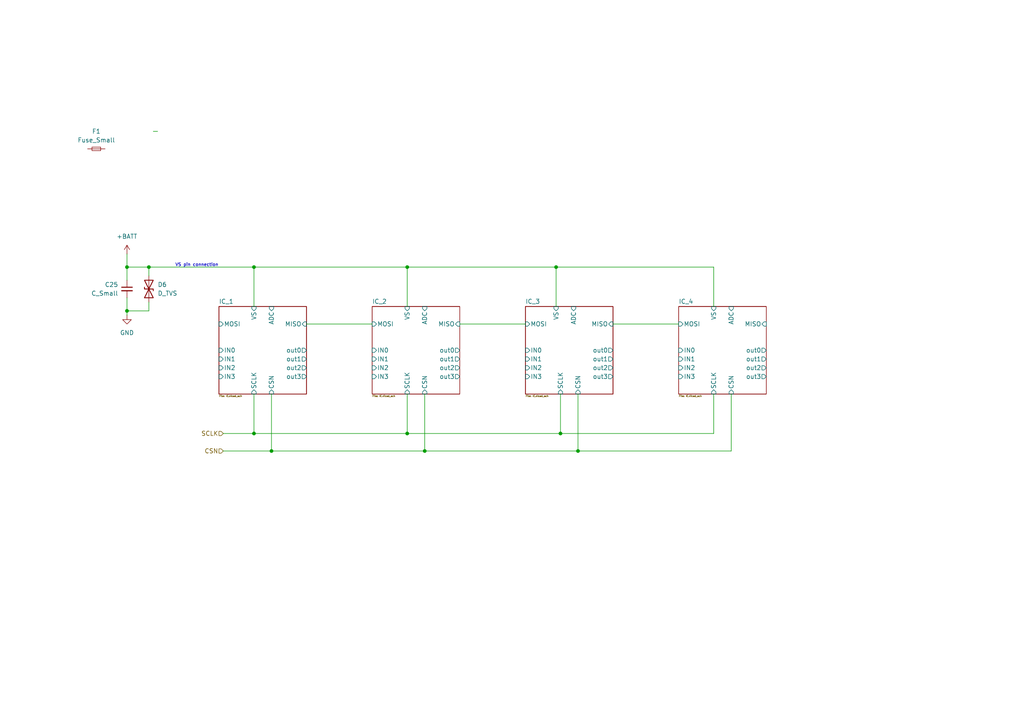
<source format=kicad_sch>
(kicad_sch (version 20230121) (generator eeschema)

  (uuid 733bc089-7e02-41fb-836b-ab3cf0a21bf4)

  (paper "A4")

  (lib_symbols
    (symbol "Device:C_Small" (pin_numbers hide) (pin_names (offset 0.254) hide) (in_bom yes) (on_board yes)
      (property "Reference" "C" (at 0.254 1.778 0)
        (effects (font (size 1.27 1.27)) (justify left))
      )
      (property "Value" "C_Small" (at 0.254 -2.032 0)
        (effects (font (size 1.27 1.27)) (justify left))
      )
      (property "Footprint" "" (at 0 0 0)
        (effects (font (size 1.27 1.27)) hide)
      )
      (property "Datasheet" "~" (at 0 0 0)
        (effects (font (size 1.27 1.27)) hide)
      )
      (property "ki_keywords" "capacitor cap" (at 0 0 0)
        (effects (font (size 1.27 1.27)) hide)
      )
      (property "ki_description" "Unpolarized capacitor, small symbol" (at 0 0 0)
        (effects (font (size 1.27 1.27)) hide)
      )
      (property "ki_fp_filters" "C_*" (at 0 0 0)
        (effects (font (size 1.27 1.27)) hide)
      )
      (symbol "C_Small_0_1"
        (polyline
          (pts
            (xy -1.524 -0.508)
            (xy 1.524 -0.508)
          )
          (stroke (width 0.3302) (type default))
          (fill (type none))
        )
        (polyline
          (pts
            (xy -1.524 0.508)
            (xy 1.524 0.508)
          )
          (stroke (width 0.3048) (type default))
          (fill (type none))
        )
      )
      (symbol "C_Small_1_1"
        (pin passive line (at 0 2.54 270) (length 2.032)
          (name "~" (effects (font (size 1.27 1.27))))
          (number "1" (effects (font (size 1.27 1.27))))
        )
        (pin passive line (at 0 -2.54 90) (length 2.032)
          (name "~" (effects (font (size 1.27 1.27))))
          (number "2" (effects (font (size 1.27 1.27))))
        )
      )
    )
    (symbol "Device:D_TVS" (pin_numbers hide) (pin_names (offset 1.016) hide) (in_bom yes) (on_board yes)
      (property "Reference" "D" (at 0 2.54 0)
        (effects (font (size 1.27 1.27)))
      )
      (property "Value" "D_TVS" (at 0 -2.54 0)
        (effects (font (size 1.27 1.27)))
      )
      (property "Footprint" "" (at 0 0 0)
        (effects (font (size 1.27 1.27)) hide)
      )
      (property "Datasheet" "~" (at 0 0 0)
        (effects (font (size 1.27 1.27)) hide)
      )
      (property "ki_keywords" "diode TVS thyrector" (at 0 0 0)
        (effects (font (size 1.27 1.27)) hide)
      )
      (property "ki_description" "Bidirectional transient-voltage-suppression diode" (at 0 0 0)
        (effects (font (size 1.27 1.27)) hide)
      )
      (property "ki_fp_filters" "TO-???* *_Diode_* *SingleDiode* D_*" (at 0 0 0)
        (effects (font (size 1.27 1.27)) hide)
      )
      (symbol "D_TVS_0_1"
        (polyline
          (pts
            (xy 1.27 0)
            (xy -1.27 0)
          )
          (stroke (width 0) (type default))
          (fill (type none))
        )
        (polyline
          (pts
            (xy 0.508 1.27)
            (xy 0 1.27)
            (xy 0 -1.27)
            (xy -0.508 -1.27)
          )
          (stroke (width 0.254) (type default))
          (fill (type none))
        )
        (polyline
          (pts
            (xy -2.54 1.27)
            (xy -2.54 -1.27)
            (xy 2.54 1.27)
            (xy 2.54 -1.27)
            (xy -2.54 1.27)
          )
          (stroke (width 0.254) (type default))
          (fill (type none))
        )
      )
      (symbol "D_TVS_1_1"
        (pin passive line (at -3.81 0 0) (length 2.54)
          (name "A1" (effects (font (size 1.27 1.27))))
          (number "1" (effects (font (size 1.27 1.27))))
        )
        (pin passive line (at 3.81 0 180) (length 2.54)
          (name "A2" (effects (font (size 1.27 1.27))))
          (number "2" (effects (font (size 1.27 1.27))))
        )
      )
    )
    (symbol "Device:Fuse_Small" (pin_numbers hide) (pin_names (offset 0.254) hide) (in_bom yes) (on_board yes)
      (property "Reference" "F" (at 0 -1.524 0)
        (effects (font (size 1.27 1.27)))
      )
      (property "Value" "Fuse_Small" (at 0 1.524 0)
        (effects (font (size 1.27 1.27)))
      )
      (property "Footprint" "" (at 0 0 0)
        (effects (font (size 1.27 1.27)) hide)
      )
      (property "Datasheet" "~" (at 0 0 0)
        (effects (font (size 1.27 1.27)) hide)
      )
      (property "ki_keywords" "fuse" (at 0 0 0)
        (effects (font (size 1.27 1.27)) hide)
      )
      (property "ki_description" "Fuse, small symbol" (at 0 0 0)
        (effects (font (size 1.27 1.27)) hide)
      )
      (property "ki_fp_filters" "*Fuse*" (at 0 0 0)
        (effects (font (size 1.27 1.27)) hide)
      )
      (symbol "Fuse_Small_0_1"
        (rectangle (start -1.27 0.508) (end 1.27 -0.508)
          (stroke (width 0) (type default))
          (fill (type none))
        )
        (polyline
          (pts
            (xy -1.27 0)
            (xy 1.27 0)
          )
          (stroke (width 0) (type default))
          (fill (type none))
        )
      )
      (symbol "Fuse_Small_1_1"
        (pin passive line (at -2.54 0 0) (length 1.27)
          (name "~" (effects (font (size 1.27 1.27))))
          (number "1" (effects (font (size 1.27 1.27))))
        )
        (pin passive line (at 2.54 0 180) (length 1.27)
          (name "~" (effects (font (size 1.27 1.27))))
          (number "2" (effects (font (size 1.27 1.27))))
        )
      )
    )
    (symbol "power:+BATT" (power) (pin_names (offset 0)) (in_bom yes) (on_board yes)
      (property "Reference" "#PWR" (at 0 -3.81 0)
        (effects (font (size 1.27 1.27)) hide)
      )
      (property "Value" "+BATT" (at 0 3.556 0)
        (effects (font (size 1.27 1.27)))
      )
      (property "Footprint" "" (at 0 0 0)
        (effects (font (size 1.27 1.27)) hide)
      )
      (property "Datasheet" "" (at 0 0 0)
        (effects (font (size 1.27 1.27)) hide)
      )
      (property "ki_keywords" "global power battery" (at 0 0 0)
        (effects (font (size 1.27 1.27)) hide)
      )
      (property "ki_description" "Power symbol creates a global label with name \"+BATT\"" (at 0 0 0)
        (effects (font (size 1.27 1.27)) hide)
      )
      (symbol "+BATT_0_1"
        (polyline
          (pts
            (xy -0.762 1.27)
            (xy 0 2.54)
          )
          (stroke (width 0) (type default))
          (fill (type none))
        )
        (polyline
          (pts
            (xy 0 0)
            (xy 0 2.54)
          )
          (stroke (width 0) (type default))
          (fill (type none))
        )
        (polyline
          (pts
            (xy 0 2.54)
            (xy 0.762 1.27)
          )
          (stroke (width 0) (type default))
          (fill (type none))
        )
      )
      (symbol "+BATT_1_1"
        (pin power_in line (at 0 0 90) (length 0) hide
          (name "+BATT" (effects (font (size 1.27 1.27))))
          (number "1" (effects (font (size 1.27 1.27))))
        )
      )
    )
    (symbol "power:GND" (power) (pin_names (offset 0)) (in_bom yes) (on_board yes)
      (property "Reference" "#PWR" (at 0 -6.35 0)
        (effects (font (size 1.27 1.27)) hide)
      )
      (property "Value" "GND" (at 0 -3.81 0)
        (effects (font (size 1.27 1.27)))
      )
      (property "Footprint" "" (at 0 0 0)
        (effects (font (size 1.27 1.27)) hide)
      )
      (property "Datasheet" "" (at 0 0 0)
        (effects (font (size 1.27 1.27)) hide)
      )
      (property "ki_keywords" "global power" (at 0 0 0)
        (effects (font (size 1.27 1.27)) hide)
      )
      (property "ki_description" "Power symbol creates a global label with name \"GND\" , ground" (at 0 0 0)
        (effects (font (size 1.27 1.27)) hide)
      )
      (symbol "GND_0_1"
        (polyline
          (pts
            (xy 0 0)
            (xy 0 -1.27)
            (xy 1.27 -1.27)
            (xy 0 -2.54)
            (xy -1.27 -1.27)
            (xy 0 -1.27)
          )
          (stroke (width 0) (type default))
          (fill (type none))
        )
      )
      (symbol "GND_1_1"
        (pin power_in line (at 0 0 270) (length 0) hide
          (name "GND" (effects (font (size 1.27 1.27))))
          (number "1" (effects (font (size 1.27 1.27))))
        )
      )
    )
  )

  (junction (at 167.64 130.81) (diameter 0) (color 0 0 0 0)
    (uuid 0df1b420-6146-4901-bca3-e67fb3960806)
  )
  (junction (at 118.11 77.47) (diameter 0) (color 0 0 0 0)
    (uuid 2666f868-3bc5-431f-b895-9d19921805cb)
  )
  (junction (at 78.74 130.81) (diameter 0) (color 0 0 0 0)
    (uuid 2f788cc1-46be-4a14-bc98-a2ef46d8c51b)
  )
  (junction (at 162.56 125.73) (diameter 0) (color 0 0 0 0)
    (uuid 3afedb61-cbb6-4f38-ae90-03c777b68840)
  )
  (junction (at 161.29 77.47) (diameter 0) (color 0 0 0 0)
    (uuid 60abe731-9ab1-4c0f-9d36-6dedf2ad1d7b)
  )
  (junction (at 36.83 77.47) (diameter 0) (color 0 0 0 0)
    (uuid 7861e75f-b1e0-43de-942d-11f9c7f1fd7b)
  )
  (junction (at 118.11 125.73) (diameter 0) (color 0 0 0 0)
    (uuid 84cfe170-8c74-4a6e-9bce-778501ecaa78)
  )
  (junction (at 73.66 77.47) (diameter 0) (color 0 0 0 0)
    (uuid 9427ae99-9c01-4287-b480-09f47b26c3d4)
  )
  (junction (at 73.66 125.73) (diameter 0) (color 0 0 0 0)
    (uuid a46ca1ad-e15a-46b1-ae6e-899e44cc041b)
  )
  (junction (at 36.83 90.17) (diameter 0) (color 0 0 0 0)
    (uuid c10d3152-e573-459a-8175-4695ede9e00e)
  )
  (junction (at 43.18 77.47) (diameter 0) (color 0 0 0 0)
    (uuid db4006e4-f026-4b12-b592-d5a84cac46b0)
  )
  (junction (at 123.19 130.81) (diameter 0) (color 0 0 0 0)
    (uuid f3f4f2dc-e8be-4f60-a06b-ea8b23e4be5b)
  )

  (wire (pts (xy 78.74 130.81) (xy 123.19 130.81))
    (stroke (width 0) (type default))
    (uuid 09c6330c-9acd-478a-922d-5ebf50df25d6)
  )
  (wire (pts (xy 73.66 125.73) (xy 118.11 125.73))
    (stroke (width 0) (type default))
    (uuid 24bb1a31-355c-4a51-802b-bd93aaa2d287)
  )
  (wire (pts (xy 162.56 114.3) (xy 162.56 125.73))
    (stroke (width 0) (type default))
    (uuid 24e575df-5383-4b73-8d01-a4b677dfd7b9)
  )
  (wire (pts (xy 43.18 77.47) (xy 73.66 77.47))
    (stroke (width 0) (type default))
    (uuid 2e177d39-02ad-4767-8825-07c596fd1556)
  )
  (wire (pts (xy 64.77 125.73) (xy 73.66 125.73))
    (stroke (width 0) (type default))
    (uuid 2fc9c635-b1f8-42c2-89b3-8f82e75cc2cc)
  )
  (wire (pts (xy 73.66 77.47) (xy 118.11 77.47))
    (stroke (width 0) (type default))
    (uuid 3dcd7e25-7155-4cd4-b1d3-ab43212fa7b6)
  )
  (wire (pts (xy 36.83 86.36) (xy 36.83 90.17))
    (stroke (width 0) (type default))
    (uuid 3fff7215-96c4-40bc-9247-4e11ba0dc968)
  )
  (wire (pts (xy 133.35 93.98) (xy 152.4 93.98))
    (stroke (width 0) (type default))
    (uuid 42f9d96c-7e2d-4817-9a06-eb67fce466df)
  )
  (wire (pts (xy 207.01 114.3) (xy 207.01 125.73))
    (stroke (width 0) (type default))
    (uuid 451b1409-227a-44a5-8eea-60ac68a5ed81)
  )
  (wire (pts (xy 161.29 77.47) (xy 207.01 77.47))
    (stroke (width 0) (type default))
    (uuid 4bc1334b-62cf-4f60-9cda-c4cc54dd3973)
  )
  (wire (pts (xy 64.77 130.81) (xy 78.74 130.81))
    (stroke (width 0) (type default))
    (uuid 50207b34-f551-4e0b-9a99-b250f0c9bbc7)
  )
  (wire (pts (xy 44.45 38.1) (xy 45.72 38.1))
    (stroke (width 0) (type default))
    (uuid 522f9a5e-d411-40d0-b9fa-e1cecf2e66ff)
  )
  (wire (pts (xy 43.18 87.63) (xy 43.18 90.17))
    (stroke (width 0) (type default))
    (uuid 5dbe89d3-8266-4760-869e-b5636088f0a6)
  )
  (wire (pts (xy 161.29 77.47) (xy 161.29 88.9))
    (stroke (width 0) (type default))
    (uuid 6511d3f1-35d4-4c2e-8cae-b7b32494e0d6)
  )
  (wire (pts (xy 88.9 93.98) (xy 107.95 93.98))
    (stroke (width 0) (type default))
    (uuid 68a2e312-f90c-4611-b834-8880fd8f69ac)
  )
  (wire (pts (xy 36.83 90.17) (xy 43.18 90.17))
    (stroke (width 0) (type default))
    (uuid 6be4504d-dc7a-4cc9-bac0-ad511691887b)
  )
  (wire (pts (xy 36.83 81.28) (xy 36.83 77.47))
    (stroke (width 0) (type default))
    (uuid 787701b4-fdb0-4b08-9669-e010659848db)
  )
  (wire (pts (xy 123.19 114.3) (xy 123.19 130.81))
    (stroke (width 0) (type default))
    (uuid 7d9ae8f6-5b28-454e-818b-fb85e5e19dc5)
  )
  (wire (pts (xy 78.74 114.3) (xy 78.74 130.81))
    (stroke (width 0) (type default))
    (uuid 8acfc3d0-1c37-4f2e-9914-7734017b5d7a)
  )
  (wire (pts (xy 162.56 125.73) (xy 207.01 125.73))
    (stroke (width 0) (type default))
    (uuid 907acf89-0b3c-481e-a7dc-5bbb29b94a65)
  )
  (wire (pts (xy 36.83 90.17) (xy 36.83 91.44))
    (stroke (width 0) (type default))
    (uuid 948dd4b8-c136-48de-824f-564d9e20cffb)
  )
  (wire (pts (xy 118.11 125.73) (xy 162.56 125.73))
    (stroke (width 0) (type default))
    (uuid 973bff73-e7ee-48e3-8e59-a8cc95bab03b)
  )
  (wire (pts (xy 73.66 114.3) (xy 73.66 125.73))
    (stroke (width 0) (type default))
    (uuid a11d36cc-ff6c-47dd-85eb-a7323b2c8d4e)
  )
  (wire (pts (xy 207.01 77.47) (xy 207.01 88.9))
    (stroke (width 0) (type default))
    (uuid a129f467-e1c5-43f8-8428-f9cf13e21cd0)
  )
  (wire (pts (xy 118.11 77.47) (xy 161.29 77.47))
    (stroke (width 0) (type default))
    (uuid aad25e45-4ddd-4573-80ad-38bc79ef3fb4)
  )
  (wire (pts (xy 177.8 93.98) (xy 196.85 93.98))
    (stroke (width 0) (type default))
    (uuid b9bbac93-89a5-4617-a1a9-7eee2347f005)
  )
  (wire (pts (xy 73.66 77.47) (xy 73.66 88.9))
    (stroke (width 0) (type default))
    (uuid bc4958da-bc36-4bcf-a207-35025b852565)
  )
  (wire (pts (xy 123.19 130.81) (xy 167.64 130.81))
    (stroke (width 0) (type default))
    (uuid d3772704-b19b-4f62-bb7c-b5af3a80644c)
  )
  (wire (pts (xy 43.18 77.47) (xy 43.18 80.01))
    (stroke (width 0) (type default))
    (uuid d7230383-398a-456b-b253-fe86c5450e74)
  )
  (wire (pts (xy 36.83 77.47) (xy 43.18 77.47))
    (stroke (width 0) (type default))
    (uuid e1dfbb70-1245-4af9-a372-d8d51d3389da)
  )
  (wire (pts (xy 36.83 73.66) (xy 36.83 77.47))
    (stroke (width 0) (type default))
    (uuid e3080efe-f40c-441a-84e5-72a2dbd466d8)
  )
  (wire (pts (xy 212.09 114.3) (xy 212.09 130.81))
    (stroke (width 0) (type default))
    (uuid e443fa90-0adb-4f5d-923d-8091ba259358)
  )
  (wire (pts (xy 118.11 114.3) (xy 118.11 125.73))
    (stroke (width 0) (type default))
    (uuid e4ab4038-c190-45ea-93ca-5e3ff0e06a97)
  )
  (wire (pts (xy 167.64 114.3) (xy 167.64 130.81))
    (stroke (width 0) (type default))
    (uuid e80ed54b-c5af-4341-80e2-05e2cb345292)
  )
  (wire (pts (xy 118.11 77.47) (xy 118.11 88.9))
    (stroke (width 0) (type default))
    (uuid f035da64-565c-4142-ba1c-7b3c3680d15d)
  )
  (wire (pts (xy 167.64 130.81) (xy 212.09 130.81))
    (stroke (width 0) (type default))
    (uuid fdff43cd-39c7-40bf-8bd0-95cbcd48b08b)
  )

  (text "VS pin connection\n" (at 50.8 77.47 0)
    (effects (font (size 0.9 0.9)) (justify left bottom))
    (uuid 78b989ae-8754-4a85-9ce3-888faf8de1eb)
  )

  (hierarchical_label "SCLK" (shape input) (at 64.77 125.73 180) (fields_autoplaced)
    (effects (font (size 1.27 1.27)) (justify right))
    (uuid 1f29130d-d422-45d8-8412-529520e18d4a)
  )
  (hierarchical_label "CSN" (shape input) (at 64.77 130.81 180) (fields_autoplaced)
    (effects (font (size 1.27 1.27)) (justify right))
    (uuid f1213049-9baa-4e15-a137-a22a742f9ff8)
  )

  (symbol (lib_id "Device:C_Small") (at 36.83 83.82 0) (unit 1)
    (in_bom yes) (on_board yes) (dnp no)
    (uuid 25bf5d7c-1f8e-4d6c-84f9-e858ece4607f)
    (property "Reference" "C25" (at 34.29 82.5563 0)
      (effects (font (size 1.27 1.27)) (justify right))
    )
    (property "Value" "C_Small" (at 34.29 85.0963 0)
      (effects (font (size 1.27 1.27)) (justify right))
    )
    (property "Footprint" "" (at 36.83 83.82 0)
      (effects (font (size 1.27 1.27)) hide)
    )
    (property "Datasheet" "~" (at 36.83 83.82 0)
      (effects (font (size 1.27 1.27)) hide)
    )
    (pin "2" (uuid ba0e1b05-4142-478d-8891-5ea9844a7796))
    (pin "1" (uuid 9859f056-add4-4da2-9dea-98b6a01cfa76))
    (instances
      (project "PDM_1"
        (path "/b652b05a-4e3d-4ad1-b032-18886abe7d45/bbbea364-8a77-4595-a72b-a583adbd9739"
          (reference "C25") (unit 1)
        )
      )
    )
  )

  (symbol (lib_id "Device:D_TVS") (at 43.18 83.82 90) (unit 1)
    (in_bom yes) (on_board yes) (dnp no) (fields_autoplaced)
    (uuid 46046a7a-8b2d-4fb1-be9c-25524d25e509)
    (property "Reference" "D6" (at 45.72 82.55 90)
      (effects (font (size 1.27 1.27)) (justify right))
    )
    (property "Value" "D_TVS" (at 45.72 85.09 90)
      (effects (font (size 1.27 1.27)) (justify right))
    )
    (property "Footprint" "" (at 43.18 83.82 0)
      (effects (font (size 1.27 1.27)) hide)
    )
    (property "Datasheet" "~" (at 43.18 83.82 0)
      (effects (font (size 1.27 1.27)) hide)
    )
    (pin "1" (uuid 479efaa8-90ec-446c-a5a8-bb5481aae25e))
    (pin "2" (uuid 477166a3-1cef-4402-99a8-b80753f5181e))
    (instances
      (project "PDM_1"
        (path "/b652b05a-4e3d-4ad1-b032-18886abe7d45/bbbea364-8a77-4595-a72b-a583adbd9739"
          (reference "D6") (unit 1)
        )
      )
    )
  )

  (symbol (lib_id "power:+BATT") (at 36.83 73.66 0) (unit 1)
    (in_bom yes) (on_board yes) (dnp no) (fields_autoplaced)
    (uuid 94f710c1-0919-44b2-8b84-0f7d1723d55f)
    (property "Reference" "#PWR023" (at 36.83 77.47 0)
      (effects (font (size 1.27 1.27)) hide)
    )
    (property "Value" "+BATT" (at 36.83 68.58 0)
      (effects (font (size 1.27 1.27)))
    )
    (property "Footprint" "" (at 36.83 73.66 0)
      (effects (font (size 1.27 1.27)) hide)
    )
    (property "Datasheet" "" (at 36.83 73.66 0)
      (effects (font (size 1.27 1.27)) hide)
    )
    (pin "1" (uuid d6638e2d-1d48-4dd5-93ce-28c181af02a6))
    (instances
      (project "PDM_1"
        (path "/b652b05a-4e3d-4ad1-b032-18886abe7d45/bbbea364-8a77-4595-a72b-a583adbd9739"
          (reference "#PWR023") (unit 1)
        )
      )
    )
  )

  (symbol (lib_id "Device:Fuse_Small") (at 27.94 43.18 0) (unit 1)
    (in_bom yes) (on_board yes) (dnp no) (fields_autoplaced)
    (uuid ca135209-9085-4b40-aceb-eea9cac39803)
    (property "Reference" "F1" (at 27.94 38.1 0)
      (effects (font (size 1.27 1.27)))
    )
    (property "Value" "Fuse_Small" (at 27.94 40.64 0)
      (effects (font (size 1.27 1.27)))
    )
    (property "Footprint" "" (at 27.94 43.18 0)
      (effects (font (size 1.27 1.27)) hide)
    )
    (property "Datasheet" "~" (at 27.94 43.18 0)
      (effects (font (size 1.27 1.27)) hide)
    )
    (pin "2" (uuid a807b488-715e-4dcf-9e63-68a89c8147ca))
    (pin "1" (uuid fe5c9f7f-85a6-4b49-b481-597ee7f05c06))
    (instances
      (project "PDM_1"
        (path "/b652b05a-4e3d-4ad1-b032-18886abe7d45/bbbea364-8a77-4595-a72b-a583adbd9739"
          (reference "F1") (unit 1)
        )
      )
    )
  )

  (symbol (lib_id "power:GND") (at 36.83 91.44 0) (unit 1)
    (in_bom yes) (on_board yes) (dnp no) (fields_autoplaced)
    (uuid d363ceba-a2b1-4a32-bddd-8255753d9653)
    (property "Reference" "#PWR022" (at 36.83 97.79 0)
      (effects (font (size 1.27 1.27)) hide)
    )
    (property "Value" "GND" (at 36.83 96.52 0)
      (effects (font (size 1.27 1.27)))
    )
    (property "Footprint" "" (at 36.83 91.44 0)
      (effects (font (size 1.27 1.27)) hide)
    )
    (property "Datasheet" "" (at 36.83 91.44 0)
      (effects (font (size 1.27 1.27)) hide)
    )
    (pin "1" (uuid 4e305581-49e7-4667-9484-44635406f917))
    (instances
      (project "PDM_1"
        (path "/b652b05a-4e3d-4ad1-b032-18886abe7d45/bbbea364-8a77-4595-a72b-a583adbd9739"
          (reference "#PWR022") (unit 1)
        )
      )
    )
  )

  (sheet (at 63.5 88.9) (size 25.4 25.4) (fields_autoplaced)
    (stroke (width 0.1524) (type solid))
    (fill (color 0 0 0 0.0000))
    (uuid 01cdaff7-c385-4f50-95f8-a4407fe1b7fe)
    (property "Sheetname" "IC_1" (at 63.5 88.1884 0)
      (effects (font (size 1.27 1.27)) (justify left bottom))
    )
    (property "Sheetfile" "IC.kicad_sch" (at 63.5 114.5766 0)
      (effects (font (size 0.5 0.5)) (justify left top))
    )
    (pin "IN1" input (at 63.5 104.14 180)
      (effects (font (size 1.27 1.27)) (justify left))
      (uuid e51ec666-b99f-41f5-b83f-7d73cf8355ca)
    )
    (pin "IN2" input (at 63.5 106.68 180)
      (effects (font (size 1.27 1.27)) (justify left))
      (uuid 4e706b40-192b-4c3b-97e9-678a8c850879)
    )
    (pin "IN3" input (at 63.5 109.22 180)
      (effects (font (size 1.27 1.27)) (justify left))
      (uuid de09fe3a-8928-40d8-87ef-c0666b5e54b1)
    )
    (pin "ADC" input (at 78.74 88.9 90)
      (effects (font (size 1.27 1.27)) (justify right))
      (uuid 13d18c2a-ba19-485d-957e-88e35dc4ba92)
    )
    (pin "MISO" input (at 88.9 93.98 0)
      (effects (font (size 1.27 1.27)) (justify right))
      (uuid ebfb11a4-9183-4202-aa79-72a594ef0a82)
    )
    (pin "MOSI" input (at 63.5 93.98 180)
      (effects (font (size 1.27 1.27)) (justify left))
      (uuid 862b7a51-4260-41bf-bffb-52545521f6aa)
    )
    (pin "SCLK" input (at 73.66 114.3 270)
      (effects (font (size 1.27 1.27)) (justify left))
      (uuid 7caad4fb-9126-4ce1-ab43-7c3e3e475080)
    )
    (pin "CSN" input (at 78.74 114.3 270)
      (effects (font (size 1.27 1.27)) (justify left))
      (uuid 3d7f42a8-7974-4be5-aec5-144c4313bbe7)
    )
    (pin "IN0" input (at 63.5 101.6 180)
      (effects (font (size 1.27 1.27)) (justify left))
      (uuid 6d116ac5-34c8-4ddd-ad08-8a1bf67dadba)
    )
    (pin "out0" output (at 88.9 101.6 0)
      (effects (font (size 1.27 1.27)) (justify right))
      (uuid 21445378-67a3-4e13-8bfa-12bd40b32881)
    )
    (pin "out1" output (at 88.9 104.14 0)
      (effects (font (size 1.27 1.27)) (justify right))
      (uuid 59c92532-b31f-4f92-9652-58b1642b53be)
    )
    (pin "out2" output (at 88.9 106.68 0)
      (effects (font (size 1.27 1.27)) (justify right))
      (uuid f5a5ee75-a18c-4834-bfc3-50e2f3224ed3)
    )
    (pin "out3" output (at 88.9 109.22 0)
      (effects (font (size 1.27 1.27)) (justify right))
      (uuid 84b1ff57-b383-4762-b5bb-558cd1065812)
    )
    (pin "VS" input (at 73.66 88.9 90)
      (effects (font (size 1.27 1.27)) (justify right))
      (uuid 73bf1d7f-380d-4de9-89a4-a3b2f2b575d6)
    )
    (instances
      (project "PDM_1"
        (path "/b652b05a-4e3d-4ad1-b032-18886abe7d45/bbbea364-8a77-4595-a72b-a583adbd9739" (page "6"))
      )
    )
  )

  (sheet (at 152.4 88.9) (size 25.4 25.4) (fields_autoplaced)
    (stroke (width 0.1524) (type solid))
    (fill (color 0 0 0 0.0000))
    (uuid 02b1d64c-48f5-44d9-b608-c9726374db0a)
    (property "Sheetname" "IC_3" (at 152.4 88.1884 0)
      (effects (font (size 1.27 1.27)) (justify left bottom))
    )
    (property "Sheetfile" "IC.kicad_sch" (at 152.4 114.5766 0)
      (effects (font (size 0.5 0.5)) (justify left top))
    )
    (pin "IN1" input (at 152.4 104.14 180)
      (effects (font (size 1.27 1.27)) (justify left))
      (uuid dd8e2560-2fd4-4a81-b8a5-38ae96b265c5)
    )
    (pin "IN2" input (at 152.4 106.68 180)
      (effects (font (size 1.27 1.27)) (justify left))
      (uuid 67844bc0-57c2-4732-9c74-834073d3d2b3)
    )
    (pin "IN3" input (at 152.4 109.22 180)
      (effects (font (size 1.27 1.27)) (justify left))
      (uuid 9ef95a8b-0bda-45df-85c4-fe02e260f9a7)
    )
    (pin "ADC" input (at 166.37 88.9 90)
      (effects (font (size 1.27 1.27)) (justify right))
      (uuid ffefc5e1-5cb5-45d5-be52-6b6c540aa3ab)
    )
    (pin "MISO" input (at 177.8 93.98 0)
      (effects (font (size 1.27 1.27)) (justify right))
      (uuid d50dc4ba-4848-466e-9a19-c0b4b8abe258)
    )
    (pin "MOSI" input (at 152.4 93.98 180)
      (effects (font (size 1.27 1.27)) (justify left))
      (uuid 35b87fa8-a5bc-4745-8330-a5c9cf1192d5)
    )
    (pin "SCLK" input (at 162.56 114.3 270)
      (effects (font (size 1.27 1.27)) (justify left))
      (uuid ccdb44de-1a19-46f4-b44b-d52be25d8cde)
    )
    (pin "CSN" input (at 167.64 114.3 270)
      (effects (font (size 1.27 1.27)) (justify left))
      (uuid 18c05037-a187-4fac-a7fe-6c3f0fc5e212)
    )
    (pin "IN0" input (at 152.4 101.6 180)
      (effects (font (size 1.27 1.27)) (justify left))
      (uuid a2316754-2654-40ac-8b4a-84375aac3cf1)
    )
    (pin "out0" output (at 177.8 101.6 0)
      (effects (font (size 1.27 1.27)) (justify right))
      (uuid 8e907a78-30aa-4fdd-a574-5b875a3bb358)
    )
    (pin "out1" output (at 177.8 104.14 0)
      (effects (font (size 1.27 1.27)) (justify right))
      (uuid 12238966-33fc-4c3a-9bb4-1205f2f32a90)
    )
    (pin "out2" output (at 177.8 106.68 0)
      (effects (font (size 1.27 1.27)) (justify right))
      (uuid 4288ec6b-d0d5-4c49-8644-d5fb3227ffc9)
    )
    (pin "out3" output (at 177.8 109.22 0)
      (effects (font (size 1.27 1.27)) (justify right))
      (uuid d864b58e-e576-4639-8d69-4da0781b93ac)
    )
    (pin "VS" input (at 161.29 88.9 90)
      (effects (font (size 1.27 1.27)) (justify right))
      (uuid 02721645-6534-4c2c-8f21-dee037cdc95e)
    )
    (instances
      (project "PDM_1"
        (path "/b652b05a-4e3d-4ad1-b032-18886abe7d45/bbbea364-8a77-4595-a72b-a583adbd9739" (page "8"))
      )
    )
  )

  (sheet (at 107.95 88.9) (size 25.4 25.4) (fields_autoplaced)
    (stroke (width 0.1524) (type solid))
    (fill (color 0 0 0 0.0000))
    (uuid bd327e73-692a-4839-aa32-890d32381bdd)
    (property "Sheetname" "IC_2" (at 107.95 88.1884 0)
      (effects (font (size 1.27 1.27)) (justify left bottom))
    )
    (property "Sheetfile" "IC.kicad_sch" (at 107.95 114.5766 0)
      (effects (font (size 0.5 0.5)) (justify left top))
    )
    (pin "IN1" input (at 107.95 104.14 180)
      (effects (font (size 1.27 1.27)) (justify left))
      (uuid 2ac45d79-d16a-4cb9-a317-9a8cda2a3467)
    )
    (pin "IN2" input (at 107.95 106.68 180)
      (effects (font (size 1.27 1.27)) (justify left))
      (uuid 73033375-7096-4213-aa0c-c10b4fbabdba)
    )
    (pin "IN3" input (at 107.95 109.22 180)
      (effects (font (size 1.27 1.27)) (justify left))
      (uuid 4810be44-0e58-4791-80f5-04ed58ebede7)
    )
    (pin "ADC" input (at 123.19 88.9 90)
      (effects (font (size 1.27 1.27)) (justify right))
      (uuid ae34c7ff-b752-4edf-8e0e-16d9f6e2c742)
    )
    (pin "MISO" input (at 133.35 93.98 0)
      (effects (font (size 1.27 1.27)) (justify right))
      (uuid 9c62e527-e885-469a-87ad-c5613ccacbd5)
    )
    (pin "MOSI" input (at 107.95 93.98 180)
      (effects (font (size 1.27 1.27)) (justify left))
      (uuid 05005123-4536-4241-930d-479e84c7e7e1)
    )
    (pin "SCLK" input (at 118.11 114.3 270)
      (effects (font (size 1.27 1.27)) (justify left))
      (uuid 6df7e488-8a89-40e2-9fe6-f98674f7ef67)
    )
    (pin "CSN" input (at 123.19 114.3 270)
      (effects (font (size 1.27 1.27)) (justify left))
      (uuid 96edc66f-7e7a-4560-afec-0f7249b39768)
    )
    (pin "IN0" input (at 107.95 101.6 180)
      (effects (font (size 1.27 1.27)) (justify left))
      (uuid 4b98faf0-48dc-4e18-bb15-a4a686fc08dc)
    )
    (pin "out0" output (at 133.35 101.6 0)
      (effects (font (size 1.27 1.27)) (justify right))
      (uuid 403c8dde-71d7-4377-82d7-7cf560973f01)
    )
    (pin "out1" output (at 133.35 104.14 0)
      (effects (font (size 1.27 1.27)) (justify right))
      (uuid c8fbe59e-72ba-48d3-8d76-f7888ed3e613)
    )
    (pin "out2" output (at 133.35 106.68 0)
      (effects (font (size 1.27 1.27)) (justify right))
      (uuid d4afd888-bd06-4cd6-afa6-bea21abb3cd2)
    )
    (pin "out3" output (at 133.35 109.22 0)
      (effects (font (size 1.27 1.27)) (justify right))
      (uuid ef2a0598-2842-45f7-8b7b-d5b82248e79e)
    )
    (pin "VS" input (at 118.11 88.9 90)
      (effects (font (size 1.27 1.27)) (justify right))
      (uuid f53bfd2d-3e52-43a6-9b2c-52b4db10ba11)
    )
    (instances
      (project "PDM_1"
        (path "/b652b05a-4e3d-4ad1-b032-18886abe7d45/bbbea364-8a77-4595-a72b-a583adbd9739" (page "7"))
      )
    )
  )

  (sheet (at 196.85 88.9) (size 25.4 25.4) (fields_autoplaced)
    (stroke (width 0.1524) (type solid))
    (fill (color 0 0 0 0.0000))
    (uuid db374422-776d-4f8e-af5e-d04d7bfd9c5d)
    (property "Sheetname" "IC_4" (at 196.85 88.1884 0)
      (effects (font (size 1.27 1.27)) (justify left bottom))
    )
    (property "Sheetfile" "IC.kicad_sch" (at 196.85 114.5766 0)
      (effects (font (size 0.5 0.5)) (justify left top))
    )
    (pin "IN1" input (at 196.85 104.14 180)
      (effects (font (size 1.27 1.27)) (justify left))
      (uuid 26462455-87b4-4992-8576-a8c813da7ea9)
    )
    (pin "IN2" input (at 196.85 106.68 180)
      (effects (font (size 1.27 1.27)) (justify left))
      (uuid 91f2f212-d7fb-4373-a9c3-43c17c6e520d)
    )
    (pin "IN3" input (at 196.85 109.22 180)
      (effects (font (size 1.27 1.27)) (justify left))
      (uuid 372b5200-b8f5-4f7d-b97b-1938a0006869)
    )
    (pin "ADC" input (at 212.09 88.9 90)
      (effects (font (size 1.27 1.27)) (justify right))
      (uuid bb556631-f328-4675-8f51-6498248c8fec)
    )
    (pin "MISO" input (at 222.25 93.98 0)
      (effects (font (size 1.27 1.27)) (justify right))
      (uuid 3d516760-f7ef-498e-83f0-11864eebaed4)
    )
    (pin "MOSI" input (at 196.85 93.98 180)
      (effects (font (size 1.27 1.27)) (justify left))
      (uuid a8d0999d-aa03-49ba-8173-13e8d36f0551)
    )
    (pin "SCLK" input (at 207.01 114.3 270)
      (effects (font (size 1.27 1.27)) (justify left))
      (uuid df4ed75a-3ec2-4e8d-bd74-23287700743c)
    )
    (pin "CSN" input (at 212.09 114.3 270)
      (effects (font (size 1.27 1.27)) (justify left))
      (uuid 76cd0b2e-f954-47c3-b8f5-b97556b27042)
    )
    (pin "IN0" input (at 196.85 101.6 180)
      (effects (font (size 1.27 1.27)) (justify left))
      (uuid 3a4fc1fc-bdeb-41aa-aad7-1153386a46ed)
    )
    (pin "out0" output (at 222.25 101.6 0)
      (effects (font (size 1.27 1.27)) (justify right))
      (uuid f568e65f-a2c6-46e7-aa57-28a4514e1abc)
    )
    (pin "out1" output (at 222.25 104.14 0)
      (effects (font (size 1.27 1.27)) (justify right))
      (uuid ff3d4109-2a83-48e0-aa5b-a8e7bcf1af89)
    )
    (pin "out2" output (at 222.25 106.68 0)
      (effects (font (size 1.27 1.27)) (justify right))
      (uuid 9cee1cc5-abc1-4373-91c7-6cc299c9d6b6)
    )
    (pin "out3" output (at 222.25 109.22 0)
      (effects (font (size 1.27 1.27)) (justify right))
      (uuid e506270c-ecfa-4052-813a-48bd875cae80)
    )
    (pin "VS" input (at 207.01 88.9 90)
      (effects (font (size 1.27 1.27)) (justify right))
      (uuid cfd519bd-cc3f-4c0f-bbf1-34e5e6e3506e)
    )
    (instances
      (project "PDM_1"
        (path "/b652b05a-4e3d-4ad1-b032-18886abe7d45/bbbea364-8a77-4595-a72b-a583adbd9739" (page "9"))
      )
    )
  )
)

</source>
